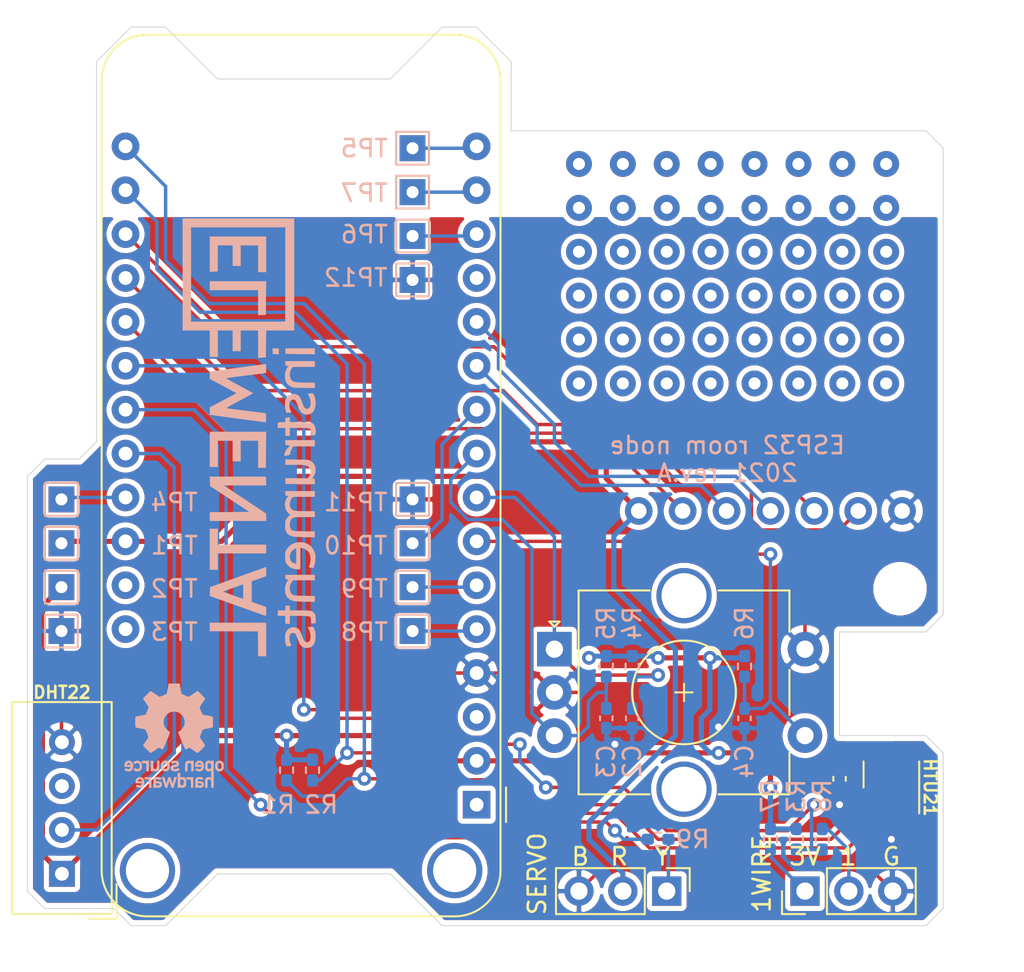
<source format=kicad_pcb>
(kicad_pcb (version 20171130) (host pcbnew 5.1.10-1.fc34)
  (layers (0 F.Cu signal) (31 B.Cu signal) (34 B.Paste user) (35 F.Paste user) (36 B.SilkS user) (37 F.SilkS user) (38 B.Mask user) (39 F.Mask user) (44 Edge.Cuts user))
  (net 0 "")
  (net 1 /SDA)
  (net 2 /SCL)
  (net 3 /LCD_DC)
  (net 4 /LCD_CS)
  (net 5 /SENS_DATA)
  (net 6 +5V)
  (net 7 +3V3)
  (net 8 GND)
  (net 9 /LCD_SCK)
  (net 10 /LCD_MOSI)
  (net 11 /ENC_BTN)
  (net 12 /ENC_A)
  (net 13 /ENC_B)
  (net 14 /LCD_BL)
  (net 15 /ONEWIRE)
  (net 16 /SERVO)
  (net 17 "Net-(J1-Pad2)")
  (net 18 "Net-(J1-Pad1)")
  (net 19 "Net-(J2-Pad1)")
  (net 20 "Net-(A1-Pad25)")
  (net 21 "Net-(A1-Pad5)")
  (net 22 "Net-(A1-Pad6)")
  (net 23 "Net-(A1-Pad10)")
  (net 24 "Net-(A1-Pad14)")
  (net 25 "Net-(A1-Pad15)")
  (net 26 "Net-(A1-Pad16)")
  (module "Prototype area:protoarea" (layer F.Cu) (at 176 86)
    (fp_text reference PROTOAREA1 hide)
    (fp_text value Logo_Open_Hardware_Small)
    (pad 1 thru_hole circle (at 5.08 2.54) (size 1.5 1.5) (drill 0.7) (layers *.Cu *.Mask))
    (pad 1 thru_hole circle (at 7.62 -2.54) (size 1.5 1.5) (drill 0.7) (layers *.Cu *.Mask))
    (pad 1 thru_hole circle (at 5.08 5.08) (size 1.5 1.5) (drill 0.7) (layers *.Cu *.Mask))
    (pad 1 thru_hole circle (at 12.7 2.54) (size 1.5 1.5) (drill 0.7) (layers *.Cu *.Mask))
    (pad 1 thru_hole circle (at 7.62 7.62) (size 1.5 1.5) (drill 0.7) (layers *.Cu *.Mask))
    (pad 1 thru_hole circle (at 10.16 5.08) (size 1.5 1.5) (drill 0.7) (layers *.Cu *.Mask))
    (pad 1 thru_hole circle (at 10.16 0) (size 1.5 1.5) (drill 0.7) (layers *.Cu *.Mask))
    (pad 1 thru_hole circle (at 5.08 0) (size 1.5 1.5) (drill 0.7) (layers *.Cu *.Mask))
    (pad 1 thru_hole circle (at 10.16 -2.54) (size 1.5 1.5) (drill 0.7) (layers *.Cu *.Mask))
    (pad 1 thru_hole circle (at 5.08 -2.54) (size 1.5 1.5) (drill 0.7) (layers *.Cu *.Mask))
    (pad 1 thru_hole circle (at 7.62 0) (size 1.5 1.5) (drill 0.7) (layers *.Cu *.Mask))
    (pad 1 thru_hole circle (at 5.08 7.62) (size 1.5 1.5) (drill 0.7) (layers *.Cu *.Mask))
    (pad 1 thru_hole circle (at 10.16 7.62) (size 1.5 1.5) (drill 0.7) (layers *.Cu *.Mask))
    (pad 1 thru_hole circle (at 10.16 2.54) (size 1.5 1.5) (drill 0.7) (layers *.Cu *.Mask))
    (pad 1 thru_hole circle (at 7.62 2.54) (size 1.5 1.5) (drill 0.7) (layers *.Cu *.Mask))
    (pad 1 thru_hole circle (at 7.62 -5.08) (size 1.5 1.5) (drill 0.7) (layers *.Cu *.Mask))
    (pad 1 thru_hole circle (at 12.7 -5.08) (size 1.5 1.5) (drill 0.7) (layers *.Cu *.Mask))
    (pad 1 thru_hole circle (at 12.7 -2.54) (size 1.5 1.5) (drill 0.7) (layers *.Cu *.Mask))
    (pad 1 thru_hole circle (at 12.7 0) (size 1.5 1.5) (drill 0.7) (layers *.Cu *.Mask))
    (pad 1 thru_hole circle (at 5.08 -5.08) (size 1.5 1.5) (drill 0.7) (layers *.Cu *.Mask))
    (pad 1 thru_hole circle (at 7.62 5.08) (size 1.5 1.5) (drill 0.7) (layers *.Cu *.Mask))
    (pad 1 thru_hole circle (at 12.7 7.62) (size 1.5 1.5) (drill 0.7) (layers *.Cu *.Mask))
    (pad 1 thru_hole circle (at 12.7 5.08) (size 1.5 1.5) (drill 0.7) (layers *.Cu *.Mask))
    (pad 1 thru_hole circle (at 10.16 -5.08) (size 1.5 1.5) (drill 0.7) (layers *.Cu *.Mask))
    (pad 1 thru_hole circle (at 0 2.54) (size 1.5 1.5) (drill 0.7) (layers *.Cu *.Mask))
    (pad 1 thru_hole circle (at 2.54 -2.54) (size 1.5 1.5) (drill 0.7) (layers *.Cu *.Mask))
    (pad 1 thru_hole circle (at 0 5.08) (size 1.5 1.5) (drill 0.7) (layers *.Cu *.Mask))
    (pad 1 thru_hole circle (at 2.54 7.62) (size 1.5 1.5) (drill 0.7) (layers *.Cu *.Mask))
    (pad 1 thru_hole circle (at 0 0) (size 1.5 1.5) (drill 0.7) (layers *.Cu *.Mask))
    (pad 1 thru_hole circle (at 0 -2.54) (size 1.5 1.5) (drill 0.7) (layers *.Cu *.Mask))
    (pad 1 thru_hole circle (at 2.54 0) (size 1.5 1.5) (drill 0.7) (layers *.Cu *.Mask))
    (pad 1 thru_hole circle (at 0 7.62) (size 1.5 1.5) (drill 0.7) (layers *.Cu *.Mask))
    (pad 1 thru_hole circle (at 2.54 2.54) (size 1.5 1.5) (drill 0.7) (layers *.Cu *.Mask))
    (pad 1 thru_hole circle (at 2.54 -5.08) (size 1.5 1.5) (drill 0.7) (layers *.Cu *.Mask))
    (pad 1 thru_hole circle (at 0 -5.08) (size 1.5 1.5) (drill 0.7) (layers *.Cu *.Mask))
    (pad 1 thru_hole circle (at 2.54 5.08) (size 1.5 1.5) (drill 0.7) (layers *.Cu *.Mask))
    (pad 1 thru_hole circle (at -2.54 2.54) (size 1.5 1.5) (drill 0.7) (layers *.Cu *.Mask))
    (pad 1 thru_hole circle (at -2.54 0) (size 1.5 1.5) (drill 0.7) (layers *.Cu *.Mask))
    (pad 1 thru_hole circle (at -2.54 -2.54) (size 1.5 1.5) (drill 0.7) (layers *.Cu *.Mask))
    (pad 1 thru_hole circle (at -2.54 7.62) (size 1.5 1.5) (drill 0.7) (layers *.Cu *.Mask))
    (pad 1 thru_hole circle (at -2.54 5.08) (size 1.5 1.5) (drill 0.7) (layers *.Cu *.Mask))
    (pad 1 thru_hole circle (at -2.54 -5.08) (size 1.5 1.5) (drill 0.7) (layers *.Cu *.Mask))
    (pad 1 thru_hole circle (at -5.08 7.62) (size 1.5 1.5) (drill 0.7) (layers *.Cu *.Mask))
    (pad 1 thru_hole circle (at -5.08 5.08) (size 1.5 1.5) (drill 0.7) (layers *.Cu *.Mask))
    (pad 1 thru_hole circle (at -5.08 2.54) (size 1.5 1.5) (drill 0.7) (layers *.Cu *.Mask))
    (pad 1 thru_hole circle (at -5.08 0) (size 1.5 1.5) (drill 0.7) (layers *.Cu *.Mask))
    (pad 1 thru_hole circle (at -5.08 -2.54) (size 1.5 1.5) (drill 0.7) (layers *.Cu *.Mask))
    (pad 1 thru_hole circle (at -5.08 -5.08) (size 1.5 1.5) (drill 0.7) (layers *.Cu *.Mask))
  )
  (module TestPoint:TestPoint_THTPad_1.5x1.5mm_Drill0.7mm (layer B.Cu) (at 161.29 87.63)
    (fp_text reference TP12 (at -3.29 -0.13) (layer B.SilkS) (effects (justify mirror)))
    (fp_text value TestPoint)
    (pad 1 thru_hole rect (at 0 0) (size 1.5 1.5) (drill 0.7) (layers *.Cu *.Mask) (net 8 GND))
  )
  (module TestPoint:TestPoint_THTPad_1.5x1.5mm_Drill0.7mm (layer B.Cu) (at 161.29 100.33)
    (fp_text reference TP11 (at -3.29 0.17) (layer B.SilkS) (effects (justify mirror)))
    (fp_text value TestPoint)
    (pad 1 thru_hole rect (at 0 0) (size 1.5 1.5) (drill 0.7) (layers *.Cu *.Mask) (net 8 GND))
  )
  (module TestPoint:TestPoint_THTPad_1.5x1.5mm_Drill0.7mm (layer B.Cu) (at 161.29 102.87)
    (fp_text reference TP10 (at -3.29 0.13) (layer B.SilkS) (effects (justify mirror)))
    (fp_text value TestPoint)
    (pad 1 thru_hole rect (at 0 0) (size 1.5 1.5) (drill 0.7) (layers *.Cu *.Mask) (net 23 "Net-(A1-Pad10)"))
  )
  (module TestPoint:TestPoint_THTPad_1.5x1.5mm_Drill0.7mm (layer B.Cu) (at 161.29 105.41)
    (fp_text reference TP9 (at -2.79 0.09) (layer B.SilkS) (effects (justify mirror)))
    (fp_text value TestPoint)
    (pad 1 thru_hole rect (at 0 0) (size 1.5 1.5) (drill 0.7) (layers *.Cu *.Mask) (net 22 "Net-(A1-Pad6)"))
  )
  (module TestPoint:TestPoint_THTPad_1.5x1.5mm_Drill0.7mm (layer B.Cu) (at 161.29 107.95)
    (fp_text reference TP8 (at -2.79 0.05) (layer B.SilkS) (effects (justify mirror)))
    (fp_text value TestPoint)
    (pad 1 thru_hole rect (at 0 0) (size 1.5 1.5) (drill 0.7) (layers *.Cu *.Mask) (net 21 "Net-(A1-Pad5)"))
  )
  (module TestPoint:TestPoint_THTPad_1.5x1.5mm_Drill0.7mm (layer B.Cu) (at 161.29 82.55)
    (fp_text reference TP7 (at -2.79 0.05) (layer B.SilkS) (effects (justify mirror)))
    (fp_text value TestPoint)
    (pad 1 thru_hole rect (at 0 0) (size 1.5 1.5) (drill 0.7) (layers *.Cu *.Mask) (net 25 "Net-(A1-Pad15)"))
  )
  (module TestPoint:TestPoint_THTPad_1.5x1.5mm_Drill0.7mm (layer B.Cu) (at 161.29 85.09)
    (fp_text reference TP6 (at -2.79 -0.09) (layer B.SilkS) (effects (justify mirror)))
    (fp_text value TestPoint)
    (pad 1 thru_hole rect (at 0 0) (size 1.5 1.5) (drill 0.7) (layers *.Cu *.Mask) (net 24 "Net-(A1-Pad14)"))
  )
  (module TestPoint:TestPoint_THTPad_1.5x1.5mm_Drill0.7mm (layer B.Cu) (at 161.29 80.01)
    (fp_text reference TP5 (at -2.79 0.01) (layer B.SilkS) (effects (justify mirror)))
    (fp_text value TestPoint)
    (pad 1 thru_hole rect (at 0 0) (size 1.5 1.5) (drill 0.7) (layers *.Cu *.Mask) (net 26 "Net-(A1-Pad16)"))
  )
  (module TestPoint:TestPoint_THTPad_1.5x1.5mm_Drill0.7mm (layer B.Cu) (at 140.97 100.33)
    (fp_text reference TP4 (at 6.53 0.17) (layer B.SilkS) (effects (justify mirror)))
    (fp_text value TestPoint)
    (pad 1 thru_hole rect (at 0 0) (size 1.5 1.5) (drill 0.7) (layers *.Cu *.Mask) (net 20 "Net-(A1-Pad25)"))
  )
  (module TestPoint:TestPoint_THTPad_1.5x1.5mm_Drill0.7mm (layer B.Cu) (at 140.97 107.95)
    (fp_text reference TP3 (at 6.53 0.05) (layer B.SilkS) (effects (justify mirror)))
    (fp_text value TestPoint)
    (pad 1 thru_hole rect (at 0 0) (size 1.5 1.5) (drill 0.7) (layers *.Cu *.Mask) (net 8 GND))
  )
  (module TestPoint:TestPoint_THTPad_1.5x1.5mm_Drill0.7mm (layer B.Cu) (at 140.97 105.41)
    (fp_text reference TP2 (at 6.53 0.09) (layer B.SilkS) (effects (justify mirror)))
    (fp_text value TestPoint)
    (pad 1 thru_hole rect (at 0 0) (size 1.5 1.5) (drill 0.7) (layers *.Cu *.Mask) (net 7 +3V3))
  )
  (module TestPoint:TestPoint_THTPad_1.5x1.5mm_Drill0.7mm (layer B.Cu) (at 140.97 102.87)
    (fp_text reference TP1 (at 6.53 0.13) (layer B.SilkS) (effects (justify mirror)))
    (fp_text value TestPoint)
    (pad 1 thru_hole rect (at 0 0) (size 1.5 1.5) (drill 0.7) (layers *.Cu *.Mask) (net 6 +5V))
  )
  (module MountingHole:MountingHole_2.5mm (layer F.Cu) (at 189.5 105.5)
    (fp_text reference H1 hide)
    (fp_text value MountingHole)
    (pad 1 np_thru_hole circle (at 0 0) (size 2.5 2.5) (drill 2.5) (layers *.Cu *.Mask))
  )
  (module Module:Adafruit_Feather_WithMountingHoles (layer F.Cu) (at 165 118 180)
    (fp_text reference A1 hide)
    (fp_text value Adafruit_Feather_HUZZAH32_ESP32)
    (pad "" np_thru_hole circle (at 1.27 41.91 90) (size 2.54 2.54) (drill 2.54) (layers *.Cu *.Mask))
    (pad "" np_thru_hole circle (at 1.27 -3.81 90) (size 3.2 3.2) (drill 2.5) (layers *.Cu *.Mask))
    (pad "" np_thru_hole circle (at 19.05 41.91 90) (size 2.54 2.54) (drill 2.54) (layers *.Cu *.Mask))
    (pad "" np_thru_hole circle (at 19.05 -3.81 90) (size 3.2 3.2) (drill 2.5) (layers *.Cu *.Mask))
    (pad 17 thru_hole circle (at 20.32 38.1) (size 1.6 1.6) (drill 0.8) (layers *.Cu *.Mask) (net 1 /SDA))
    (pad 18 thru_hole circle (at 20.32 35.56) (size 1.6 1.6) (drill 0.8) (layers *.Cu *.Mask) (net 2 /SCL))
    (pad 19 thru_hole circle (at 20.32 33.02) (size 1.6 1.6) (drill 0.8) (layers *.Cu *.Mask) (net 3 /LCD_DC))
    (pad 20 thru_hole circle (at 20.32 30.48) (size 1.6 1.6) (drill 0.8) (layers *.Cu *.Mask) (net 14 /LCD_BL))
    (pad 21 thru_hole circle (at 20.32 27.94) (size 1.6 1.6) (drill 0.8) (layers *.Cu *.Mask) (net 4 /LCD_CS))
    (pad 22 thru_hole circle (at 20.32 25.4) (size 1.6 1.6) (drill 0.8) (layers *.Cu *.Mask) (net 15 /ONEWIRE))
    (pad 23 thru_hole circle (at 20.32 22.86) (size 1.6 1.6) (drill 0.8) (layers *.Cu *.Mask) (net 16 /SERVO))
    (pad 24 thru_hole circle (at 20.32 20.32) (size 1.6 1.6) (drill 0.8) (layers *.Cu *.Mask) (net 5 /SENS_DATA))
    (pad 25 thru_hole circle (at 20.32 17.78) (size 1.6 1.6) (drill 0.8) (layers *.Cu *.Mask) (net 20 "Net-(A1-Pad25)"))
    (pad 26 thru_hole circle (at 20.32 15.24) (size 1.6 1.6) (drill 0.8) (layers *.Cu *.Mask) (net 6 +5V))
    (pad 27 thru_hole circle (at 20.32 12.7) (size 1.6 1.6) (drill 0.8) (layers *.Cu *.Mask))
    (pad 28 thru_hole circle (at 20.32 10.16) (size 1.6 1.6) (drill 0.8) (layers *.Cu *.Mask))
    (pad 1 thru_hole rect (at 0 0) (size 1.6 1.6) (drill 0.8) (layers *.Cu *.Mask))
    (pad 2 thru_hole circle (at 0 2.54) (size 1.6 1.6) (drill 0.8) (layers *.Cu *.Mask) (net 7 +3V3))
    (pad 3 thru_hole circle (at 0 5.08) (size 1.6 1.6) (drill 0.8) (layers *.Cu *.Mask))
    (pad 4 thru_hole circle (at 0 7.62) (size 1.6 1.6) (drill 0.8) (layers *.Cu *.Mask) (net 8 GND))
    (pad 5 thru_hole circle (at 0 10.16) (size 1.6 1.6) (drill 0.8) (layers *.Cu *.Mask) (net 21 "Net-(A1-Pad5)"))
    (pad 6 thru_hole circle (at 0 12.7) (size 1.6 1.6) (drill 0.8) (layers *.Cu *.Mask) (net 22 "Net-(A1-Pad6)"))
    (pad 7 thru_hole circle (at 0 15.24) (size 1.6 1.6) (drill 0.8) (layers *.Cu *.Mask) (net 11 /ENC_BTN))
    (pad 8 thru_hole circle (at 0 17.78) (size 1.6 1.6) (drill 0.8) (layers *.Cu *.Mask) (net 12 /ENC_A))
    (pad 9 thru_hole circle (at 0 20.32) (size 1.6 1.6) (drill 0.8) (layers *.Cu *.Mask) (net 13 /ENC_B))
    (pad 10 thru_hole circle (at 0 22.86) (size 1.6 1.6) (drill 0.8) (layers *.Cu *.Mask) (net 23 "Net-(A1-Pad10)"))
    (pad 11 thru_hole circle (at 0 25.4) (size 1.6 1.6) (drill 0.8) (layers *.Cu *.Mask) (net 9 /LCD_SCK))
    (pad 12 thru_hole circle (at 0 27.94) (size 1.6 1.6) (drill 0.8) (layers *.Cu *.Mask) (net 10 /LCD_MOSI))
    (pad 13 thru_hole circle (at 0 30.48) (size 1.6 1.6) (drill 0.8) (layers *.Cu *.Mask))
    (pad 14 thru_hole circle (at 0 33.02) (size 1.6 1.6) (drill 0.8) (layers *.Cu *.Mask) (net 24 "Net-(A1-Pad14)"))
    (pad 15 thru_hole circle (at 0 35.56) (size 1.6 1.6) (drill 0.8) (layers *.Cu *.Mask) (net 25 "Net-(A1-Pad15)"))
    (pad 16 thru_hole circle (at 0 38.1) (size 1.6 1.6) (drill 0.8) (layers *.Cu *.Mask) (net 26 "Net-(A1-Pad16)"))
  )
  (module elemental:elemental-25.4mm (layer B.Cu) (at 152 96.6 270)
    (fp_text reference LOGO3 hide)
    (fp_text value Logo_Open_Hardware_Small hide)
  )
  (module elemental:elemental-4mm-mask (layer F.Cu) (at 169.5 99.5)
    (fp_text reference LOGO2 hide)
    (fp_text value Logo_Open_Hardware_Small hide)
  )
  (module Symbol:OSHW-Logo_5.7x6mm_SilkScreen (layer B.Cu) (at 147.5 114 180)
    (fp_text reference LOGO1 hide)
    (fp_text value Logo_Open_Hardware_Small hide)
  )
  (module Resistor_SMD:R_0402_1005Metric_Pad0.72x0.64mm_HandSolder (layer B.Cu) (at 175.5 120 180)
    (fp_text reference R9 (at -2 0) (layer B.SilkS) (effects (justify mirror)))
    (fp_text value 10)
    (pad 2 smd roundrect (at 0.5975 0 180) (size 0.715 0.64) (layers B.Cu B.Paste B.Mask) (net 16 /SERVO))
    (pad 1 smd roundrect (at -0.5975 0 180) (size 0.715 0.64) (layers B.Cu B.Paste B.Mask) (net 19 "Net-(J2-Pad1)"))
  )
  (module Resistor_SMD:R_0402_1005Metric_Pad0.72x0.64mm_HandSolder (layer B.Cu) (at 185 120 270)
    (fp_text reference R8 (at -2.5 0 90) (layer B.SilkS) (effects (justify mirror)))
    (fp_text value 10)
    (pad 2 smd roundrect (at 0.5975 0 270) (size 0.715 0.64) (layers B.Cu B.Paste B.Mask) (net 15 /ONEWIRE))
    (pad 1 smd roundrect (at -0.5975 0 270) (size 0.715 0.64) (layers B.Cu B.Paste B.Mask) (net 17 "Net-(J1-Pad2)"))
  )
  (module Resistor_SMD:R_0402_1005Metric_Pad0.72x0.64mm_HandSolder (layer B.Cu) (at 182 120 90)
    (fp_text reference R7 (at 2.5 0 270) (layer B.SilkS) (effects (justify mirror)))
    (fp_text value 10)
    (pad 2 smd roundrect (at 0.5975 0 90) (size 0.715 0.64) (layers B.Cu B.Paste B.Mask) (net 7 +3V3))
    (pad 1 smd roundrect (at -0.5975 0 90) (size 0.715 0.64) (layers B.Cu B.Paste B.Mask) (net 18 "Net-(J1-Pad1)"))
  )
  (module Resistor_SMD:R_0402_1005Metric_Pad0.72x0.64mm_HandSolder (layer B.Cu) (at 183.5 120 270)
    (fp_text reference R3 (at -2.5 0 90) (layer B.SilkS) (effects (justify mirror)))
    (fp_text value 4k7)
    (pad 2 smd roundrect (at 0.5975 0 270) (size 0.715 0.64) (layers B.Cu B.Paste B.Mask) (net 15 /ONEWIRE))
    (pad 1 smd roundrect (at -0.5975 0 270) (size 0.715 0.64) (layers B.Cu B.Paste B.Mask) (net 7 +3V3))
  )
  (module Connector_PinHeader_2.54mm:PinHeader_1x03_P2.54mm_Vertical (layer F.Cu) (at 176 123 270)
    (fp_text reference J2 hide)
    (fp_text value Conn_01x03)
    (pad 3 thru_hole oval (at 0 5.08 270) (size 1.7 1.7) (drill 1) (layers *.Cu *.Mask) (net 8 GND))
    (pad 2 thru_hole oval (at 0 2.54 270) (size 1.7 1.7) (drill 1) (layers *.Cu *.Mask) (net 6 +5V))
    (pad 1 thru_hole rect (at 0 0 270) (size 1.7 1.7) (drill 1) (layers *.Cu *.Mask) (net 19 "Net-(J2-Pad1)"))
  )
  (module Connector_PinHeader_2.54mm:PinHeader_1x03_P2.54mm_Vertical (layer F.Cu) (at 184 123 90)
    (fp_text reference J1 hide)
    (fp_text value Conn_01x03)
    (pad 3 thru_hole oval (at 0 5.08 90) (size 1.7 1.7) (drill 1) (layers *.Cu *.Mask) (net 8 GND))
    (pad 2 thru_hole oval (at 0 2.54 90) (size 1.7 1.7) (drill 1) (layers *.Cu *.Mask) (net 17 "Net-(J1-Pad2)"))
    (pad 1 thru_hole rect (at 0 0 90) (size 1.7 1.7) (drill 1) (layers *.Cu *.Mask) (net 18 "Net-(J1-Pad1)"))
  )
  (module Capacitor_SMD:C_0402_1005Metric_Pad0.74x0.62mm_HandSolder (layer B.Cu) (at 180.5 113 270)
    (fp_text reference C4 (at 2.5 0 270) (layer B.SilkS) (effects (justify mirror)))
    (fp_text value DNP)
    (pad 2 smd roundrect (at 0.5675 0 270) (size 0.735 0.62) (layers B.Cu B.Paste B.Mask) (net 8 GND))
    (pad 1 smd roundrect (at -0.5675 0 270) (size 0.735 0.62) (layers B.Cu B.Paste B.Mask) (net 11 /ENC_BTN))
  )
  (module Capacitor_SMD:C_0402_1005Metric_Pad0.74x0.62mm_HandSolder (layer B.Cu) (at 172.5 113 270)
    (fp_text reference C3 (at 2.5 0 270) (layer B.SilkS) (effects (justify mirror)))
    (fp_text value DNP)
    (pad 2 smd roundrect (at 0.5675 0 270) (size 0.735 0.62) (layers B.Cu B.Paste B.Mask) (net 8 GND))
    (pad 1 smd roundrect (at -0.5675 0 270) (size 0.735 0.62) (layers B.Cu B.Paste B.Mask) (net 13 /ENC_B))
  )
  (module Capacitor_SMD:C_0402_1005Metric_Pad0.74x0.62mm_HandSolder (layer B.Cu) (at 174 113 270)
    (fp_text reference C2 (at 2.5 0 270) (layer B.SilkS) (effects (justify mirror)))
    (fp_text value DNP)
    (pad 2 smd roundrect (at 0.5675 0 270) (size 0.735 0.62) (layers B.Cu B.Paste B.Mask) (net 8 GND))
    (pad 1 smd roundrect (at -0.5675 0 270) (size 0.735 0.62) (layers B.Cu B.Paste B.Mask) (net 12 /ENC_A))
  )
  (module Rotary_Encoder:RotaryEncoder_Alps_EC11E-Switch_Vertical_H20mm_CircularMountingHoles (layer F.Cu) (at 169.5 109)
    (fp_text reference SW1 hide)
    (fp_text value Rotary_Encoder_Switch)
    (pad A thru_hole rect (at 0 0) (size 2 2) (drill 1) (layers *.Cu *.Mask) (net 12 /ENC_A))
    (pad C thru_hole circle (at 0 2.5) (size 2 2) (drill 1) (layers *.Cu *.Mask) (net 8 GND))
    (pad B thru_hole circle (at 0 5) (size 2 2) (drill 1) (layers *.Cu *.Mask) (net 13 /ENC_B))
    (pad MP thru_hole circle (at 7.5 -3.1) (size 3.2 3.2) (drill 2.6) (layers *.Cu *.Mask))
    (pad MP thru_hole circle (at 7.5 8.1) (size 3.2 3.2) (drill 2.6) (layers *.Cu *.Mask))
    (pad S2 thru_hole circle (at 14.5 0) (size 2 2) (drill 1) (layers *.Cu *.Mask) (net 8 GND))
    (pad S1 thru_hole circle (at 14.5 5) (size 2 2) (drill 1) (layers *.Cu *.Mask) (net 11 /ENC_BTN))
  )
  (module Resistor_SMD:R_0402_1005Metric_Pad0.72x0.64mm_HandSolder (layer B.Cu) (at 180.5 110 270)
    (fp_text reference R6 (at -2.5 0 90) (layer B.SilkS) (effects (justify mirror)))
    (fp_text value R)
    (pad 2 smd roundrect (at 0.5975 0 270) (size 0.715 0.64) (layers B.Cu B.Paste B.Mask) (net 11 /ENC_BTN))
    (pad 1 smd roundrect (at -0.5975 0 270) (size 0.715 0.64) (layers B.Cu B.Paste B.Mask) (net 7 +3V3))
  )
  (module Resistor_SMD:R_0402_1005Metric_Pad0.72x0.64mm_HandSolder (layer B.Cu) (at 172.5 110 270)
    (fp_text reference R5 (at -2.5 0 90) (layer B.SilkS) (effects (justify mirror)))
    (fp_text value R)
    (pad 2 smd roundrect (at 0.5975 0 270) (size 0.715 0.64) (layers B.Cu B.Paste B.Mask) (net 13 /ENC_B))
    (pad 1 smd roundrect (at -0.5975 0 270) (size 0.715 0.64) (layers B.Cu B.Paste B.Mask) (net 7 +3V3))
  )
  (module Resistor_SMD:R_0402_1005Metric_Pad0.72x0.64mm_HandSolder (layer B.Cu) (at 174 110 270)
    (fp_text reference R4 (at -2.5 0 90) (layer B.SilkS) (effects (justify mirror)))
    (fp_text value R)
    (pad 2 smd roundrect (at 0.5975 0 270) (size 0.715 0.64) (layers B.Cu B.Paste B.Mask) (net 12 /ENC_A))
    (pad 1 smd roundrect (at -0.5975 0 270) (size 0.715 0.64) (layers B.Cu B.Paste B.Mask) (net 7 +3V3))
  )
  (module "LCD Display:PIM436" (layer F.Cu) (at 182 101)
    (fp_text reference DISP1 hide)
    (fp_text value "SPI LCD")
    (pad 7 thru_hole circle (at 7.62 0) (size 1.6 1.6) (drill 0.9) (layers *.Cu *.Mask) (net 8 GND))
    (pad 6 thru_hole circle (at 5.08 0) (size 1.6 1.6) (drill 0.9) (layers *.Cu *.Mask) (net 14 /LCD_BL))
    (pad 5 thru_hole circle (at 2.54 0) (size 1.6 1.6) (drill 0.9) (layers *.Cu *.Mask) (net 3 /LCD_DC))
    (pad 4 thru_hole circle (at 0 0) (size 1.6 1.6) (drill 0.9) (layers *.Cu *.Mask) (net 10 /LCD_MOSI))
    (pad 3 thru_hole circle (at -2.54 0) (size 1.6 1.6) (drill 0.9) (layers *.Cu *.Mask) (net 9 /LCD_SCK))
    (pad 2 thru_hole circle (at -5.08 0) (size 1.6 1.6) (drill 0.9) (layers *.Cu *.Mask) (net 4 /LCD_CS))
    (pad 1 thru_hole circle (at -7.62 0) (size 1.6 1.6) (drill 0.9) (layers *.Cu *.Mask) (net 6 +5V))
  )
  (module Package_DFN_QFN:DFN-6-1EP_3x3mm_P1mm_EP1.5x2.4mm (layer F.Cu) (at 189 117 90)
    (fp_text reference U2 hide)
    (fp_text value HTU21)
    (pad 7 smd rect (at 0 0 90) (size 1.5 2.4) (layers F.Cu F.Mask))
    (pad 6 smd roundrect (at 1.45 -1 90) (size 0.8 0.4) (layers F.Cu F.Paste F.Mask) (net 2 /SCL))
    (pad 5 smd roundrect (at 1.45 0 90) (size 0.8 0.4) (layers F.Cu F.Paste F.Mask) (net 7 +3V3))
    (pad 4 smd roundrect (at 1.45 1 90) (size 0.8 0.4) (layers F.Cu F.Paste F.Mask))
    (pad 3 smd roundrect (at -1.45 1 90) (size 0.8 0.4) (layers F.Cu F.Paste F.Mask))
    (pad 2 smd roundrect (at -1.45 0 90) (size 0.8 0.4) (layers F.Cu F.Paste F.Mask) (net 8 GND))
    (pad 1 smd roundrect (at -1.45 -1 90) (size 0.8 0.4) (layers F.Cu F.Paste F.Mask) (net 1 /SDA))
  )
  (module Sensor:Aosong_DHT11_5.5x12.0_P2.54mm (layer F.Cu) (at 141 122 180)
    (fp_text reference U1 hide)
    (fp_text value DHT11)
    (pad 4 thru_hole circle (at 0 7.62 180) (size 1.5 1.5) (drill 0.8) (layers *.Cu *.Mask) (net 8 GND))
    (pad 3 thru_hole circle (at 0 5.08 180) (size 1.5 1.5) (drill 0.8) (layers *.Cu *.Mask))
    (pad 2 thru_hole circle (at 0 2.54 180) (size 1.5 1.5) (drill 0.8) (layers *.Cu *.Mask) (net 5 /SENS_DATA))
    (pad 1 thru_hole rect (at 0 0 180) (size 1.5 1.5) (drill 0.8) (layers *.Cu *.Mask) (net 7 +3V3))
  )
  (module Resistor_SMD:R_0402_1005Metric_Pad0.72x0.64mm_HandSolder (layer B.Cu) (at 155.5 116 270)
    (fp_text reference R2 (at 2 -0.5) (layer B.SilkS) (effects (justify mirror)))
    (fp_text value R)
    (pad 2 smd roundrect (at 0.5975 0 270) (size 0.715 0.64) (layers B.Cu B.Paste B.Mask) (net 2 /SCL))
    (pad 1 smd roundrect (at -0.5975 0 270) (size 0.715 0.64) (layers B.Cu B.Paste B.Mask) (net 7 +3V3))
  )
  (module Resistor_SMD:R_0402_1005Metric_Pad0.72x0.64mm_HandSolder (layer B.Cu) (at 154 116 270)
    (fp_text reference R1 (at 2 0.5 180) (layer B.SilkS) (effects (justify mirror)))
    (fp_text value R)
    (pad 2 smd roundrect (at 0.5975 0 270) (size 0.715 0.64) (layers B.Cu B.Paste B.Mask) (net 1 /SDA))
    (pad 1 smd roundrect (at -0.5975 0 270) (size 0.715 0.64) (layers B.Cu B.Paste B.Mask) (net 7 +3V3))
  )
  (module Capacitor_SMD:C_0402_1005Metric_Pad0.74x0.62mm_HandSolder (layer F.Cu) (at 186 116.5 270)
    (fp_text reference C1 hide)
    (fp_text value 100n)
    (pad 2 smd roundrect (at 0.5675 0 270) (size 0.735 0.62) (layers F.Cu F.Paste F.Mask) (net 8 GND))
    (pad 1 smd roundrect (at -0.5675 0 270) (size 0.735 0.62) (layers F.Cu F.Paste F.Mask) (net 7 +3V3))
  )
  (gr_line (start 192 80) (end 192 92) (layer Edge.Cuts) (width 0.05))
  (gr_line (start 191 79) (end 192 80) (layer Edge.Cuts) (width 0.05))
  (gr_line (start 167 79) (end 191 79) (layer Edge.Cuts) (width 0.05))
  (gr_text 3V (at 184 121) (layer F.SilkS) (effects (font (size 1 1))))
  (gr_text 1 (at 186.5 121) (layer F.SilkS) (effects (font (size 1 1))))
  (gr_text G (at 189 121) (layer F.SilkS) (effects (font (size 1 1))))
  (gr_text Y (at 175.75 121) (layer F.SilkS) (effects (font (size 1 1))))
  (gr_text R (at 173.25 121) (layer F.SilkS) (effects (font (size 1 1))))
  (gr_text B (at 171 121) (layer F.SilkS) (effects (font (size 1 1))))
  (gr_text HTU21 (at 191.25 117 270) (layer F.SilkS) (effects (font (size 0.7 0.7))))
  (gr_text DHT22 (at 141 111.5) (layer F.SilkS) (effects (font (size 0.7 0.7))))
  (gr_text "ESP32 room node\n2021 rev.A" (at 179.5 98) (layer B.SilkS) (effects (font (size 1 1)) (justify mirror)))
  (gr_text "1WIRE\n" (at 181.5 122 90) (layer F.SilkS) (effects (font (size 1 1))))
  (gr_text SERVO (at 168.5 122 90) (layer F.SilkS) (effects (font (size 1 1))))
  (gr_line (start 167 75) (end 167 79) (layer Edge.Cuts) (width 0.05))
  (gr_line (start 165 73) (end 167 75) (layer Edge.Cuts) (width 0.05))
  (gr_line (start 163 73) (end 165 73) (layer Edge.Cuts) (width 0.05))
  (gr_line (start 160 76) (end 163 73) (layer Edge.Cuts) (width 0.05))
  (gr_line (start 150 76) (end 160 76) (layer Edge.Cuts) (width 0.05))
  (gr_line (start 147 73) (end 150 76) (layer Edge.Cuts) (width 0.05))
  (gr_line (start 145 73) (end 147 73) (layer Edge.Cuts) (width 0.05))
  (gr_line (start 143 75) (end 145 73) (layer Edge.Cuts) (width 0.05))
  (gr_line (start 143 79) (end 143 75) (layer Edge.Cuts) (width 0.05))
  (gr_line (start 163 125) (end 191 125) (layer Edge.Cuts) (width 0.05))
  (gr_line (start 162 124) (end 163 125) (layer Edge.Cuts) (width 0.05))
  (gr_line (start 144 124) (end 143 124) (layer Edge.Cuts) (width 0.05))
  (gr_line (start 145 125) (end 144 124) (layer Edge.Cuts) (width 0.05))
  (gr_line (start 147 125) (end 145 125) (layer Edge.Cuts) (width 0.05))
  (gr_line (start 148 124) (end 147 125) (layer Edge.Cuts) (width 0.05))
  (gr_line (start 160 122) (end 162 124) (layer Edge.Cuts) (width 0.05))
  (gr_line (start 150 122) (end 160 122) (layer Edge.Cuts) (width 0.05))
  (gr_line (start 148 124) (end 150 122) (layer Edge.Cuts) (width 0.05))
  (gr_line (start 192 115) (end 192 124) (layer Edge.Cuts) (width 0.05))
  (gr_line (start 191 114) (end 192 115) (layer Edge.Cuts) (width 0.05))
  (gr_line (start 186 108) (end 186 114) (layer Edge.Cuts) (width 0.05))
  (gr_line (start 191 108) (end 186 108) (layer Edge.Cuts) (width 0.05))
  (gr_line (start 192 107) (end 191 108) (layer Edge.Cuts) (width 0.05))
  (gr_line (start 191 114) (end 186 114) (layer Edge.Cuts) (width 0.05))
  (gr_line (start 140 124) (end 139 123) (layer Edge.Cuts) (width 0.05))
  (gr_line (start 143 124) (end 140 124) (layer Edge.Cuts) (width 0.05))
  (gr_line (start 192 92) (end 192 107) (layer Edge.Cuts) (width 0.05))
  (gr_line (start 143 97) (end 143 79) (layer Edge.Cuts) (width 0.05))
  (gr_line (start 142 98) (end 143 97) (layer Edge.Cuts) (width 0.05))
  (gr_line (start 140 98) (end 142 98) (layer Edge.Cuts) (width 0.05))
  (gr_line (start 139 99) (end 140 98) (layer Edge.Cuts) (width 0.05))
  (gr_line (start 139 123) (end 139 99) (layer Edge.Cuts) (width 0.05))
  (gr_line (start 192 124) (end 191 125) (layer Edge.Cuts) (width 0.05))
  (segment (start 144.78 80) (end 144.68 79.9) (width 0.2) (layer B.Cu) (net 1))
  (via (at 158.5 116.5) (size 0.8) (drill 0.4) (layers F.Cu B.Cu) (net 1))
  (segment (start 158.5 116.5) (end 157.5 116.5) (width 0.2) (layer B.Cu) (net 1))
  (segment (start 157.5 116.5) (end 156.5 117.5) (width 0.2) (layer B.Cu) (net 1))
  (segment (start 154.9025 117.5) (end 154 116.5975) (width 0.2) (layer B.Cu) (net 1))
  (segment (start 156.5 117.5) (end 154.9025 117.5) (width 0.2) (layer B.Cu) (net 1))
  (segment (start 164.232002 119.5) (end 161.232002 116.5) (width 0.2) (layer F.Cu) (net 1))
  (segment (start 167 119.5) (end 164.232002 119.5) (width 0.2) (layer F.Cu) (net 1))
  (segment (start 168 118.5) (end 167 119.5) (width 0.2) (layer F.Cu) (net 1))
  (segment (start 175 120.5) (end 173 118.5) (width 0.2) (layer F.Cu) (net 1))
  (segment (start 186.5 120.5) (end 175 120.5) (width 0.2) (layer F.Cu) (net 1))
  (segment (start 161.232002 116.5) (end 158.5 116.5) (width 0.2) (layer F.Cu) (net 1))
  (segment (start 173 118.5) (end 168 118.5) (width 0.2) (layer F.Cu) (net 1))
  (segment (start 188 119) (end 186.5 120.5) (width 0.2) (layer F.Cu) (net 1))
  (segment (start 188 118.45) (end 188 119) (width 0.2) (layer F.Cu) (net 1))
  (segment (start 144.68 79.9) (end 147 82.22) (width 0.2) (layer B.Cu) (net 1))
  (segment (start 147 82.22) (end 147 86.5) (width 0.2) (layer B.Cu) (net 1))
  (segment (start 147 86.5) (end 149.5 89) (width 0.2) (layer B.Cu) (net 1))
  (segment (start 155 89) (end 158.5 92.5) (width 0.2) (layer B.Cu) (net 1))
  (segment (start 149.5 89) (end 155 89) (width 0.2) (layer B.Cu) (net 1))
  (segment (start 158.5 92.5) (end 158.5 116.5) (width 0.2) (layer B.Cu) (net 1))
  (segment (start 145.12 82) (end 144.68 82.44) (width 0.2) (layer B.Cu) (net 2))
  (via (at 157.5 115) (size 0.8) (drill 0.4) (layers F.Cu B.Cu) (net 2))
  (segment (start 155.9025 116.5975) (end 157.5 115) (width 0.2) (layer B.Cu) (net 2))
  (segment (start 155.5 116.5975) (end 155.9025 116.5975) (width 0.2) (layer B.Cu) (net 2))
  (segment (start 161 115) (end 157.5 115) (width 0.2) (layer F.Cu) (net 2))
  (segment (start 168 118) (end 166.560001 116.560001) (width 0.2) (layer F.Cu) (net 2))
  (segment (start 175.5 120) (end 173.5 118) (width 0.2) (layer F.Cu) (net 2))
  (segment (start 187 118.5) (end 185.5 120) (width 0.2) (layer F.Cu) (net 2))
  (segment (start 187 116) (end 187 118.5) (width 0.2) (layer F.Cu) (net 2))
  (segment (start 166.560001 116.560001) (end 162.560001 116.560001) (width 0.2) (layer F.Cu) (net 2))
  (segment (start 173.5 118) (end 168 118) (width 0.2) (layer F.Cu) (net 2))
  (segment (start 185.5 120) (end 175.5 120) (width 0.2) (layer F.Cu) (net 2))
  (segment (start 187.45 115.55) (end 187 116) (width 0.2) (layer F.Cu) (net 2))
  (segment (start 162.560001 116.560001) (end 161 115) (width 0.2) (layer F.Cu) (net 2))
  (segment (start 188 115.55) (end 187.45 115.55) (width 0.2) (layer F.Cu) (net 2))
  (segment (start 144.68 82.44) (end 146.5 84.26) (width 0.2) (layer B.Cu) (net 2))
  (segment (start 146.5 84.26) (end 146.5 87) (width 0.2) (layer B.Cu) (net 2))
  (segment (start 146.5 87) (end 149 89.5) (width 0.2) (layer B.Cu) (net 2))
  (segment (start 154.5 89.5) (end 157.5 92.5) (width 0.2) (layer B.Cu) (net 2))
  (segment (start 149 89.5) (end 154.5 89.5) (width 0.2) (layer B.Cu) (net 2))
  (segment (start 157.5 92.5) (end 157.5 115) (width 0.2) (layer B.Cu) (net 2))
  (segment (start 182.52 98.98) (end 184.54 101) (width 0.2) (layer F.Cu) (net 3))
  (segment (start 182.04 98.5) (end 182.52 98.98) (width 0.2) (layer F.Cu) (net 3))
  (segment (start 178 98.5) (end 182.04 98.5) (width 0.2) (layer F.Cu) (net 3))
  (segment (start 175 95.5) (end 178 98.5) (width 0.2) (layer F.Cu) (net 3))
  (segment (start 170 95.5) (end 175 95.5) (width 0.2) (layer F.Cu) (net 3))
  (segment (start 166.000001 91.500001) (end 170 95.5) (width 0.2) (layer F.Cu) (net 3))
  (segment (start 166.000001 91.499999) (end 166.000001 91.500001) (width 0.2) (layer F.Cu) (net 3))
  (segment (start 151.199999 91.499999) (end 166.000001 91.499999) (width 0.2) (layer F.Cu) (net 3))
  (segment (start 144.68 84.98) (end 151.199999 91.499999) (width 0.2) (layer F.Cu) (net 3))
  (segment (start 175.42 99.5) (end 176.92 101) (width 0.2) (layer F.Cu) (net 4))
  (segment (start 175 99.5) (end 175.42 99.5) (width 0.2) (layer F.Cu) (net 4))
  (segment (start 168 96.5) (end 172 96.5) (width 0.2) (layer F.Cu) (net 4))
  (segment (start 172 96.5) (end 175 99.5) (width 0.2) (layer F.Cu) (net 4))
  (segment (start 167.740001 96.240001) (end 168 96.5) (width 0.2) (layer F.Cu) (net 4))
  (segment (start 150.860001 96.240001) (end 167.740001 96.240001) (width 0.2) (layer F.Cu) (net 4))
  (segment (start 144.68 90.06) (end 150.860001 96.240001) (width 0.2) (layer F.Cu) (net 4))
  (segment (start 144.68 97.68) (end 146.68 97.68) (width 0.2) (layer B.Cu) (net 5))
  (segment (start 146.68 97.68) (end 147.5 98.5) (width 0.2) (layer B.Cu) (net 5))
  (segment (start 147.5 98.5) (end 147.5 115) (width 0.2) (layer B.Cu) (net 5))
  (segment (start 143.04 119.46) (end 141 119.46) (width 0.2) (layer B.Cu) (net 5))
  (segment (start 147.5 115) (end 143.04 119.46) (width 0.2) (layer B.Cu) (net 5))
  (segment (start 141.08 102.76) (end 140.97 102.87) (width 0.3) (layer F.Cu) (net 6))
  (segment (start 144.68 102.76) (end 141.08 102.76) (width 0.3) (layer F.Cu) (net 6))
  (segment (start 150.24 102.76) (end 144.68 102.76) (width 0.3) (layer F.Cu) (net 6))
  (segment (start 154 99) (end 150.24 102.76) (width 0.3) (layer F.Cu) (net 6))
  (segment (start 157.5 99) (end 154 99) (width 0.3) (layer F.Cu) (net 6))
  (segment (start 158 99) (end 157.5 99) (width 0.3) (layer F.Cu) (net 6))
  (segment (start 172.94 102.44) (end 172.94 105.44) (width 0.3) (layer B.Cu) (net 6))
  (segment (start 174.38 101) (end 172.94 102.44) (width 0.3) (layer B.Cu) (net 6))
  (segment (start 176.5 109) (end 176.5 114) (width 0.3) (layer B.Cu) (net 6))
  (segment (start 176.5 114) (end 171.5 119) (width 0.3) (layer B.Cu) (net 6))
  (segment (start 172.94 105.44) (end 176.5 109) (width 0.3) (layer B.Cu) (net 6))
  (segment (start 171.5 97) (end 172.5 98) (width 0.3) (layer F.Cu) (net 6))
  (segment (start 167 97) (end 171.5 97) (width 0.3) (layer F.Cu) (net 6))
  (segment (start 172.5 98) (end 172.5 99.12) (width 0.3) (layer F.Cu) (net 6))
  (segment (start 166.5 98.5) (end 166.5 97.5) (width 0.3) (layer F.Cu) (net 6))
  (segment (start 166 99) (end 166.5 98.5) (width 0.3) (layer F.Cu) (net 6))
  (segment (start 172.5 99.12) (end 174.38 101) (width 0.3) (layer F.Cu) (net 6))
  (segment (start 166.5 97.5) (end 167 97) (width 0.3) (layer F.Cu) (net 6))
  (segment (start 157.5 99) (end 166 99) (width 0.3) (layer F.Cu) (net 6))
  (segment (start 173.46 123) (end 173.46 121.96) (width 0.3) (layer B.Cu) (net 6))
  (segment (start 173.46 121.96) (end 171.5 120) (width 0.3) (layer B.Cu) (net 6))
  (segment (start 171.5 119) (end 171.5 120) (width 0.3) (layer B.Cu) (net 6))
  (segment (start 141 122) (end 147 116) (width 0.3) (layer F.Cu) (net 7))
  (segment (start 139.869999 120.869999) (end 141 122) (width 0.3) (layer F.Cu) (net 7))
  (segment (start 139.869999 106.510001) (end 139.869999 120.869999) (width 0.3) (layer F.Cu) (net 7))
  (segment (start 140.97 105.41) (end 139.869999 106.510001) (width 0.3) (layer F.Cu) (net 7))
  (segment (start 165 115.46) (end 163.46 115.46) (width 0.3) (layer F.Cu) (net 7))
  (segment (start 163.46 115.46) (end 162 114) (width 0.3) (layer F.Cu) (net 7))
  (segment (start 149 114) (end 147 116) (width 0.3) (layer F.Cu) (net 7))
  (segment (start 162 114) (end 149 114) (width 0.3) (layer F.Cu) (net 7))
  (segment (start 183.5 119.4025) (end 182 119.4025) (width 0.3) (layer B.Cu) (net 7))
  (segment (start 189 115.55) (end 189 115) (width 0.3) (layer F.Cu) (net 7))
  (segment (start 189 115) (end 188.5 114.5) (width 0.3) (layer F.Cu) (net 7))
  (segment (start 186 115.5) (end 187 114.5) (width 0.3) (layer F.Cu) (net 7))
  (segment (start 186 115.9325) (end 186 115.5) (width 0.3) (layer F.Cu) (net 7))
  (segment (start 188.5 114.5) (end 187 114.5) (width 0.3) (layer F.Cu) (net 7))
  (segment (start 186 115.9325) (end 183.4325 115.9325) (width 0.3) (layer F.Cu) (net 7))
  (via (at 154 114) (size 0.8) (drill 0.4) (layers F.Cu B.Cu) (net 7))
  (segment (start 154 115.4025) (end 154 114) (width 0.3) (layer B.Cu) (net 7))
  (segment (start 154 114) (end 154.5 114) (width 0.3) (layer F.Cu) (net 7))
  (segment (start 155.5 115.4025) (end 154 115.4025) (width 0.3) (layer B.Cu) (net 7))
  (segment (start 172.5 109.4025) (end 174 109.4025) (width 0.3) (layer B.Cu) (net 7))
  (via (at 171.5 109.5) (size 0.8) (drill 0.4) (layers F.Cu B.Cu) (net 7))
  (segment (start 171.5975 109.4025) (end 171.5 109.5) (width 0.3) (layer B.Cu) (net 7))
  (segment (start 172.5 109.4025) (end 171.5975 109.4025) (width 0.3) (layer B.Cu) (net 7))
  (segment (start 183.4325 115.9325) (end 182.5 115) (width 0.3) (layer F.Cu) (net 7))
  (segment (start 173.610002 115) (end 173.150002 115.46) (width 0.3) (layer F.Cu) (net 7))
  (segment (start 173.150002 115.46) (end 165 115.46) (width 0.3) (layer F.Cu) (net 7))
  (via (at 175.5 109.5) (size 0.8) (drill 0.4) (layers F.Cu B.Cu) (net 7))
  (segment (start 175.4025 109.4025) (end 175.5 109.5) (width 0.3) (layer B.Cu) (net 7))
  (segment (start 174 109.4025) (end 175.4025 109.4025) (width 0.3) (layer B.Cu) (net 7))
  (segment (start 175.5 109.5) (end 178.5 109.5) (width 0.3) (layer F.Cu) (net 7))
  (via (at 178.5 109.5) (size 0.8) (drill 0.4) (layers F.Cu B.Cu) (net 7))
  (segment (start 180.4025 109.5) (end 180.5 109.4025) (width 0.3) (layer B.Cu) (net 7))
  (segment (start 178.5 109.5) (end 180.4025 109.5) (width 0.3) (layer B.Cu) (net 7))
  (via (at 179 115) (size 0.8) (drill 0.4) (layers F.Cu B.Cu) (net 7))
  (segment (start 179 115) (end 173.610002 115) (width 0.3) (layer F.Cu) (net 7))
  (segment (start 179 115) (end 178.5 115) (width 0.3) (layer B.Cu) (net 7))
  (segment (start 178.5 109.5) (end 178.5 112.5) (width 0.3) (layer B.Cu) (net 7))
  (segment (start 178.5 112.5) (end 178 113) (width 0.3) (layer B.Cu) (net 7))
  (segment (start 178 113) (end 178 114.5) (width 0.3) (layer B.Cu) (net 7))
  (segment (start 178.5 115) (end 178 114.5) (width 0.3) (layer B.Cu) (net 7))
  (via (at 182 117) (size 0.8) (drill 0.4) (layers F.Cu B.Cu) (net 7))
  (segment (start 182 119.4025) (end 182 117) (width 0.3) (layer B.Cu) (net 7))
  (segment (start 182 117) (end 182 115) (width 0.3) (layer F.Cu) (net 7))
  (segment (start 182 115) (end 179 115) (width 0.3) (layer F.Cu) (net 7))
  (segment (start 182.5 115) (end 182 115) (width 0.3) (layer F.Cu) (net 7))
  (segment (start 168.38 110.38) (end 169.5 111.5) (width 0.2) (layer F.Cu) (net 8))
  (segment (start 165 110.38) (end 168.38 110.38) (width 0.2) (layer F.Cu) (net 8))
  (segment (start 159.67 100.33) (end 161.29 100.33) (width 0.2) (layer F.Cu) (net 8))
  (segment (start 159 101) (end 159.67 100.33) (width 0.2) (layer F.Cu) (net 8))
  (segment (start 159 109) (end 159 101) (width 0.2) (layer F.Cu) (net 8))
  (segment (start 160.38 110.38) (end 159 109) (width 0.2) (layer F.Cu) (net 8))
  (segment (start 184 106.62) (end 184 109) (width 0.2) (layer F.Cu) (net 8))
  (segment (start 189.62 101) (end 184 106.62) (width 0.2) (layer F.Cu) (net 8))
  (segment (start 189 122.92) (end 189.08 123) (width 0.2) (layer F.Cu) (net 8))
  (segment (start 140.97 114.35) (end 141 114.38) (width 0.2) (layer F.Cu) (net 8))
  (segment (start 141.06 110.38) (end 140.97 110.47) (width 0.2) (layer F.Cu) (net 8))
  (segment (start 140.97 107.95) (end 140.97 110.47) (width 0.2) (layer F.Cu) (net 8))
  (segment (start 160.62 110.38) (end 141.06 110.38) (width 0.2) (layer F.Cu) (net 8))
  (segment (start 140.97 110.47) (end 140.97 114.35) (width 0.2) (layer F.Cu) (net 8))
  (segment (start 165 110.38) (end 160.62 110.38) (width 0.2) (layer F.Cu) (net 8))
  (segment (start 160.62 110.38) (end 160.38 110.38) (width 0.2) (layer F.Cu) (net 8))
  (segment (start 161.29 87.63) (end 161.29 100.33) (width 0.2) (layer B.Cu) (net 8))
  (segment (start 186 117.0675) (end 186 118) (width 0.2) (layer F.Cu) (net 8))
  (via (at 186 118) (size 0.8) (drill 0.4) (layers F.Cu B.Cu) (net 8))
  (segment (start 186 118) (end 188.5 118) (width 0.2) (layer B.Cu) (net 8))
  (via (at 189 120) (size 0.8) (drill 0.4) (layers F.Cu B.Cu) (net 8))
  (segment (start 189 118.5) (end 189 120) (width 0.2) (layer B.Cu) (net 8))
  (segment (start 188.5 118) (end 189 118.5) (width 0.2) (layer B.Cu) (net 8))
  (segment (start 189 122.92) (end 189.08 123) (width 0.2) (layer B.Cu) (net 8))
  (segment (start 189 120) (end 189 122.92) (width 0.2) (layer B.Cu) (net 8))
  (segment (start 189 118.45) (end 189 120) (width 0.2) (layer F.Cu) (net 8))
  (segment (start 170.800001 122.880001) (end 170.92 123) (width 0.2) (layer B.Cu) (net 8))
  (segment (start 170.92 123) (end 168 123) (width 0.2) (layer B.Cu) (net 8))
  (segment (start 165 110.38) (end 165.88 110.38) (width 0.2) (layer B.Cu) (net 8))
  (segment (start 165.88 110.38) (end 166.5 111) (width 0.2) (layer B.Cu) (net 8))
  (segment (start 166.5 121.5) (end 168 123) (width 0.2) (layer B.Cu) (net 8))
  (segment (start 166.5 111) (end 166.5 121.5) (width 0.2) (layer B.Cu) (net 8))
  (segment (start 172.5 113.5675) (end 174 113.5675) (width 0.2) (layer B.Cu) (net 8))
  (via (at 173 114.5) (size 0.8) (drill 0.4) (layers F.Cu B.Cu) (net 8))
  (segment (start 172.5 113.5675) (end 172.5 114) (width 0.2) (layer B.Cu) (net 8))
  (segment (start 172.5 114) (end 173 114.5) (width 0.2) (layer B.Cu) (net 8))
  (segment (start 172.5 114) (end 172.5 111.5) (width 0.2) (layer F.Cu) (net 8))
  (segment (start 173 114.5) (end 172.5 114) (width 0.2) (layer F.Cu) (net 8))
  (segment (start 172.5 111.5) (end 169.5 111.5) (width 0.2) (layer F.Cu) (net 8))
  (segment (start 184 109) (end 181.5 111.5) (width 0.2) (layer F.Cu) (net 8))
  (via (at 179 113.5) (size 0.8) (drill 0.4) (layers F.Cu B.Cu) (net 8))
  (segment (start 174.0675 113.5) (end 174 113.5675) (width 0.2) (layer B.Cu) (net 8))
  (segment (start 178.5 111.5) (end 172.5 111.5) (width 0.2) (layer F.Cu) (net 8))
  (segment (start 181.5 111.5) (end 178.5 111.5) (width 0.2) (layer F.Cu) (net 8))
  (segment (start 170.92 123) (end 172.42 121.5) (width 0.2) (layer F.Cu) (net 8))
  (segment (start 187.58 121.5) (end 189.08 123) (width 0.2) (layer F.Cu) (net 8))
  (segment (start 172.42 121.5) (end 187.58 121.5) (width 0.2) (layer F.Cu) (net 8))
  (segment (start 179.0675 113.5675) (end 179 113.5) (width 0.2) (layer B.Cu) (net 8))
  (segment (start 180.5 113.5675) (end 179.0675 113.5675) (width 0.2) (layer B.Cu) (net 8))
  (segment (start 179 113.5) (end 179 111.5) (width 0.2) (layer F.Cu) (net 8))
  (segment (start 165 92.6) (end 168.5 96.1) (width 0.2) (layer B.Cu) (net 9))
  (segment (start 168.5 96.1) (end 168.5 97) (width 0.2) (layer B.Cu) (net 9))
  (segment (start 171.02 99.52) (end 177.98 99.52) (width 0.2) (layer B.Cu) (net 9))
  (segment (start 168.5 97) (end 171.02 99.52) (width 0.2) (layer B.Cu) (net 9))
  (segment (start 177.98 99.52) (end 179.46 101) (width 0.2) (layer B.Cu) (net 9))
  (segment (start 165 90.06) (end 166.26501 91.32501) (width 0.2) (layer B.Cu) (net 10))
  (segment (start 166.26501 91.32501) (end 166.26501 92.76501) (width 0.2) (layer B.Cu) (net 10))
  (segment (start 166.26501 92.76501) (end 169.5 96) (width 0.2) (layer B.Cu) (net 10))
  (segment (start 169.5 96) (end 169.5 97) (width 0.2) (layer B.Cu) (net 10))
  (segment (start 171.5 99) (end 180 99) (width 0.2) (layer B.Cu) (net 10))
  (segment (start 169.5 97) (end 171.5 99) (width 0.2) (layer B.Cu) (net 10))
  (segment (start 180 99) (end 182 101) (width 0.2) (layer B.Cu) (net 10))
  (via (at 182 103.5) (size 0.8) (drill 0.4) (layers F.Cu B.Cu) (net 11))
  (segment (start 184 114) (end 182 112) (width 0.2) (layer B.Cu) (net 11))
  (segment (start 182 103.5) (end 182 112) (width 0.2) (layer B.Cu) (net 11))
  (segment (start 181.5675 112.4325) (end 182 112) (width 0.2) (layer B.Cu) (net 11))
  (segment (start 180.5 112.4325) (end 181.5675 112.4325) (width 0.2) (layer B.Cu) (net 11))
  (segment (start 180.5 112.4325) (end 180.5 110.5975) (width 0.2) (layer B.Cu) (net 11))
  (segment (start 178.5 103.5) (end 177.76 102.76) (width 0.2) (layer F.Cu) (net 11))
  (segment (start 182 103.5) (end 178.5 103.5) (width 0.2) (layer F.Cu) (net 11))
  (segment (start 165 102.76) (end 177.76 102.76) (width 0.2) (layer F.Cu) (net 11))
  (segment (start 169.5 109) (end 169.5 102.5) (width 0.2) (layer B.Cu) (net 12))
  (segment (start 167.22 100.22) (end 165 100.22) (width 0.2) (layer B.Cu) (net 12))
  (segment (start 169.5 102.5) (end 167.22 100.22) (width 0.2) (layer B.Cu) (net 12))
  (segment (start 174 111.5) (end 174 112.4325) (width 0.2) (layer B.Cu) (net 12))
  (segment (start 174 110.5975) (end 174 111.5) (width 0.2) (layer B.Cu) (net 12))
  (segment (start 169.5 109) (end 170 108.5) (width 0.2) (layer B.Cu) (net 12))
  (via (at 175.5 110.5) (size 0.8) (drill 0.4) (layers F.Cu B.Cu) (net 12))
  (segment (start 175.4025 110.5975) (end 175.5 110.5) (width 0.2) (layer B.Cu) (net 12))
  (segment (start 174 110.5975) (end 175.4025 110.5975) (width 0.2) (layer B.Cu) (net 12))
  (segment (start 171 110.5) (end 169.5 109) (width 0.2) (layer F.Cu) (net 12))
  (segment (start 175.5 110.5) (end 171 110.5) (width 0.2) (layer F.Cu) (net 12))
  (segment (start 163.5 99.18) (end 165 97.68) (width 0.2) (layer B.Cu) (net 13))
  (segment (start 163.5 100.5) (end 163.5 99.18) (width 0.2) (layer B.Cu) (net 13))
  (segment (start 164.5 101.5) (end 163.5 100.5) (width 0.2) (layer B.Cu) (net 13))
  (segment (start 166.5 101.5) (end 164.5 101.5) (width 0.2) (layer B.Cu) (net 13))
  (segment (start 168.199999 103.199999) (end 166.5 101.5) (width 0.2) (layer B.Cu) (net 13))
  (segment (start 168.199999 112.699999) (end 168.199999 103.199999) (width 0.2) (layer B.Cu) (net 13))
  (segment (start 169.5 114) (end 168.199999 112.699999) (width 0.2) (layer B.Cu) (net 13))
  (segment (start 169.5 114) (end 170.9325 114) (width 0.2) (layer B.Cu) (net 13))
  (segment (start 172.5 112.4325) (end 172.5 111.5) (width 0.2) (layer B.Cu) (net 13))
  (segment (start 172.5 111.5) (end 172.5 110.5975) (width 0.2) (layer B.Cu) (net 13))
  (segment (start 171.46625 112.03375) (end 172 111.5) (width 0.2) (layer B.Cu) (net 13))
  (segment (start 172.5 111.5) (end 172 111.5) (width 0.2) (layer B.Cu) (net 13))
  (segment (start 170.9325 114) (end 171.46625 113.46625) (width 0.2) (layer B.Cu) (net 13))
  (segment (start 171.46625 113.46625) (end 171.46625 112.03375) (width 0.2) (layer B.Cu) (net 13))
  (segment (start 181.471999 102.100001) (end 185.979999 102.100001) (width 0.2) (layer F.Cu) (net 14))
  (segment (start 180 99) (end 180.899999 99.899999) (width 0.2) (layer F.Cu) (net 14))
  (segment (start 174 96) (end 177 99) (width 0.2) (layer F.Cu) (net 14))
  (segment (start 185.979999 102.100001) (end 187.08 101) (width 0.2) (layer F.Cu) (net 14))
  (segment (start 180.899999 101.528001) (end 181.471999 102.100001) (width 0.2) (layer F.Cu) (net 14))
  (segment (start 168.5 96) (end 174 96) (width 0.2) (layer F.Cu) (net 14))
  (segment (start 166.539999 94.039999) (end 168.5 96) (width 0.2) (layer F.Cu) (net 14))
  (segment (start 151.199999 94.039999) (end 166.539999 94.039999) (width 0.2) (layer F.Cu) (net 14))
  (segment (start 180.899999 99.899999) (end 180.899999 101.528001) (width 0.2) (layer F.Cu) (net 14))
  (segment (start 177 99) (end 180 99) (width 0.2) (layer F.Cu) (net 14))
  (segment (start 144.68 87.52) (end 151.199999 94.039999) (width 0.2) (layer F.Cu) (net 14))
  (via (at 184.5 118) (size 0.8) (drill 0.4) (layers F.Cu B.Cu) (net 15))
  (segment (start 184.37999 120.57499) (end 184.37999 118.12001) (width 0.2) (layer B.Cu) (net 15))
  (segment (start 184.4025 120.5975) (end 184.37999 120.57499) (width 0.2) (layer B.Cu) (net 15))
  (segment (start 183.5 120.5975) (end 184.4025 120.5975) (width 0.2) (layer B.Cu) (net 15))
  (segment (start 184.37999 118.12001) (end 184.5 118) (width 0.2) (layer B.Cu) (net 15))
  (segment (start 184.4025 120.5975) (end 185 120.5975) (width 0.2) (layer B.Cu) (net 15))
  (via (at 169 117) (size 0.8) (drill 0.4) (layers F.Cu B.Cu) (net 15))
  (via (at 167.5 114.5) (size 0.8) (drill 0.4) (layers F.Cu B.Cu) (net 15))
  (segment (start 162.5 113) (end 156.5 113) (width 0.2) (layer F.Cu) (net 15))
  (segment (start 163.600001 114.100001) (end 162.5 113) (width 0.2) (layer F.Cu) (net 15))
  (segment (start 152.1 92.6) (end 144.68 92.6) (width 0.2) (layer B.Cu) (net 15))
  (segment (start 167.5 115.5) (end 169 117) (width 0.2) (layer B.Cu) (net 15))
  (segment (start 167.5 114.5) (end 167.5 115.5) (width 0.2) (layer B.Cu) (net 15))
  (segment (start 166.799998 114.5) (end 166.399999 114.100001) (width 0.2) (layer F.Cu) (net 15))
  (segment (start 167.5 114.5) (end 166.799998 114.5) (width 0.2) (layer F.Cu) (net 15))
  (segment (start 166.399999 114.100001) (end 163.600001 114.100001) (width 0.2) (layer F.Cu) (net 15))
  (via (at 155 112.5) (size 0.8) (drill 0.4) (layers F.Cu B.Cu) (net 15))
  (segment (start 155 95.5) (end 155 112.5) (width 0.2) (layer B.Cu) (net 15))
  (segment (start 155 95.5) (end 152.1 92.6) (width 0.2) (layer B.Cu) (net 15))
  (segment (start 156 112.5) (end 156.5 113) (width 0.2) (layer F.Cu) (net 15))
  (segment (start 155 112.5) (end 156 112.5) (width 0.2) (layer F.Cu) (net 15))
  (segment (start 173.5 117) (end 169 117) (width 0.2) (layer F.Cu) (net 15))
  (segment (start 176 119.5) (end 173.5 117) (width 0.2) (layer F.Cu) (net 15))
  (segment (start 183 119.5) (end 176 119.5) (width 0.2) (layer F.Cu) (net 15))
  (segment (start 184.5 118) (end 183 119.5) (width 0.2) (layer F.Cu) (net 15))
  (segment (start 174.9025 120) (end 174 120) (width 0.2) (layer B.Cu) (net 16))
  (via (at 152.5 118) (size 0.8) (drill 0.4) (layers F.Cu B.Cu) (net 16))
  (segment (start 162.090001 119.909999) (end 154.409999 119.909999) (width 0.2) (layer F.Cu) (net 16))
  (segment (start 154.409999 119.909999) (end 152.5 118) (width 0.2) (layer F.Cu) (net 16))
  (segment (start 161.090001 119.909999) (end 162.090001 119.909999) (width 0.2) (layer F.Cu) (net 16))
  (segment (start 162.090001 119.909999) (end 165.409999 119.909999) (width 0.2) (layer F.Cu) (net 16))
  (segment (start 148.64 95.14) (end 144.68 95.14) (width 0.2) (layer B.Cu) (net 16))
  (segment (start 150.5 116) (end 152.5 118) (width 0.2) (layer B.Cu) (net 16))
  (segment (start 150.5 97) (end 150.5 116) (width 0.2) (layer B.Cu) (net 16))
  (segment (start 150.5 97) (end 148.64 95.14) (width 0.2) (layer B.Cu) (net 16))
  (segment (start 165.409999 119.909999) (end 167.590001 119.909999) (width 0.2) (layer F.Cu) (net 16))
  (segment (start 167.590001 119.909999) (end 168.5 119) (width 0.2) (layer F.Cu) (net 16))
  (via (at 173 119.5) (size 0.8) (drill 0.4) (layers F.Cu B.Cu) (net 16))
  (segment (start 172.5 119) (end 173 119.5) (width 0.2) (layer F.Cu) (net 16))
  (segment (start 168.5 119) (end 172.5 119) (width 0.2) (layer F.Cu) (net 16))
  (segment (start 173.5 120) (end 174.9025 120) (width 0.2) (layer B.Cu) (net 16))
  (segment (start 173 119.5) (end 173.5 120) (width 0.2) (layer B.Cu) (net 16))
  (segment (start 186.54 120.6225) (end 186.54 123) (width 0.2) (layer B.Cu) (net 17))
  (segment (start 185.32 119.4025) (end 186.54 120.6225) (width 0.2) (layer B.Cu) (net 17))
  (segment (start 185 119.4025) (end 185.32 119.4025) (width 0.2) (layer B.Cu) (net 17))
  (segment (start 182 121) (end 184 123) (width 0.2) (layer B.Cu) (net 18))
  (segment (start 182 120.5975) (end 182 121) (width 0.2) (layer B.Cu) (net 18))
  (segment (start 176.0975 122.9025) (end 176 123) (width 0.2) (layer B.Cu) (net 19))
  (segment (start 176.0975 120) (end 176.0975 122.9025) (width 0.2) (layer B.Cu) (net 19))
  (segment (start 141.08 100.22) (end 140.97 100.33) (width 0.2) (layer B.Cu) (net 20))
  (segment (start 144.68 100.22) (end 141.08 100.22) (width 0.2) (layer B.Cu) (net 20))
  (segment (start 164.89 107.95) (end 165 107.84) (width 0.2) (layer B.Cu) (net 21))
  (segment (start 161.29 107.95) (end 164.89 107.95) (width 0.2) (layer B.Cu) (net 21))
  (segment (start 164.89 105.41) (end 165 105.3) (width 0.2) (layer B.Cu) (net 22))
  (segment (start 161.29 105.41) (end 164.89 105.41) (width 0.2) (layer B.Cu) (net 22))
  (segment (start 161.29 102.87) (end 161.63 102.87) (width 0.2) (layer B.Cu) (net 23))
  (segment (start 161.63 102.87) (end 163 101.5) (width 0.2) (layer B.Cu) (net 23))
  (segment (start 163 97.14) (end 165 95.14) (width 0.2) (layer B.Cu) (net 23))
  (segment (start 163 101.5) (end 163 97.14) (width 0.2) (layer B.Cu) (net 23))
  (segment (start 164.89 85.09) (end 165 84.98) (width 0.2) (layer B.Cu) (net 24))
  (segment (start 161.29 85.09) (end 164.89 85.09) (width 0.2) (layer B.Cu) (net 24))
  (segment (start 164.89 82.55) (end 165 82.44) (width 0.2) (layer B.Cu) (net 25))
  (segment (start 161.29 82.55) (end 164.89 82.55) (width 0.2) (layer B.Cu) (net 25))
  (segment (start 164.89 80.01) (end 165 79.9) (width 0.2) (layer B.Cu) (net 26))
  (segment (start 161.29 80.01) (end 164.89 80.01) (width 0.2) (layer B.Cu) (net 26))
  (zone (net 8) (net_name GND) (layer B.Cu) (connect_pads (clearance 0.3)) (min_thickness 0.2) (fill yes (arc_segments 32) (thermal_gap 0.4) (thermal_bridge_width 0.25))
    (polygon (pts (xy 193 127) (xy 138 127) (xy 138 84) (xy 193 84)))
  )
  (zone (net 8) (net_name GND) (layer F.Cu) (connect_pads (clearance 0.3)) (min_thickness 0.2) (fill yes (arc_segments 32) (thermal_gap 0.4) (thermal_bridge_width 0.25))
    (polygon (pts (xy 193 127) (xy 138 127) (xy 138 84) (xy 193 84)))
  )
)
</source>
